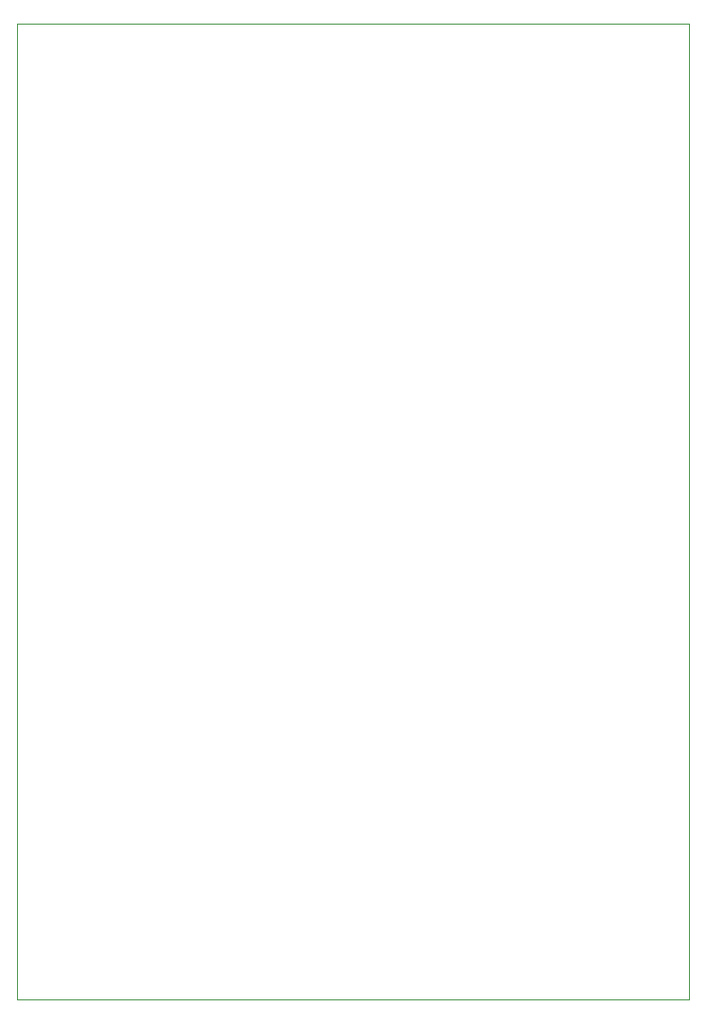
<source format=gbr>
%TF.GenerationSoftware,KiCad,Pcbnew,(5.1.9-0-10_14)*%
%TF.CreationDate,2021-08-10T16:32:06-04:00*%
%TF.ProjectId,led-tester,6c65642d-7465-4737-9465-722e6b696361,v1*%
%TF.SameCoordinates,Original*%
%TF.FileFunction,Profile,NP*%
%FSLAX46Y46*%
G04 Gerber Fmt 4.6, Leading zero omitted, Abs format (unit mm)*
G04 Created by KiCad (PCBNEW (5.1.9-0-10_14)) date 2021-08-10 16:32:06*
%MOMM*%
%LPD*%
G01*
G04 APERTURE LIST*
%TA.AperFunction,Profile*%
%ADD10C,0.050000*%
%TD*%
G04 APERTURE END LIST*
D10*
X110109000Y-145923000D02*
X110109000Y-58674000D01*
X170307000Y-145923000D02*
X110109000Y-145923000D01*
X170307000Y-58674000D02*
X170307000Y-145923000D01*
X110109000Y-58674000D02*
X170307000Y-58674000D01*
M02*

</source>
